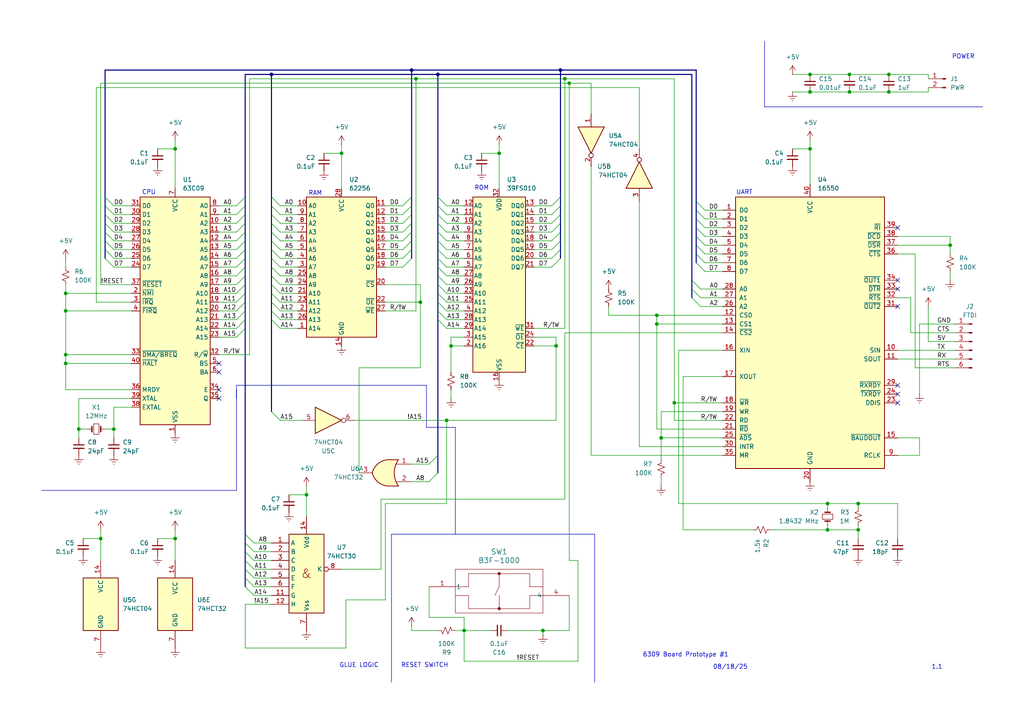
<source format=kicad_sch>
(kicad_sch (version 20250114) (generator "eeschema") (generator_version "9.0")
  (paper "A4")
  (text "GLUE LOGIC" (at 104.14 193.04 0) (effects (font (size 1.27 1.27))))
  (text "1.1" (at 271.78 193.548 0) (effects (font (size 1.27 1.27))))
  (text "ROM\n" (at 139.7 54.61 0) (effects (font (size 1.27 1.27))))
  (text "UART" (at 215.9 55.88 0) (effects (font (size 1.27 1.27))))
  (text "CPU\n" (at 43.18 55.88 0) (effects (font (size 1.27 1.27))))
  (text "RESET SWITCH" (at 123.19 193.04 0) (effects (font (size 1.27 1.27))))
  (text "POWER" (at 279.4 16.51 0) (effects (font (size 1.27 1.27))))
  (text "6309 Board Prototype #1" (at 198.882 189.992 0) (effects (font (size 1.27 1.27))))
  (text "08/18/25" (at 211.836 193.548 0) (effects (font (size 1.27 1.27))))
  (text "RAM\n\n" (at 91.44 57.15 0) (effects (font (size 1.27 1.27))))
  (junction (at 144.78 44.45))
  (junction (at 157.48 182.88))
  (junction (at 248.92 146.05))
  (junction (at 191.77 127))
  (junction (at 78.74 21.59))
  (junction (at 99.06 44.45))
  (junction (at 161.29 100.33))
  (junction (at 234.95 21.59))
  (junction (at 234.95 43.18))
  (junction (at 120.65 22.86))
  (junction (at 33.02 124.46))
  (junction (at 19.05 90.17))
  (junction (at 195.58 116.84))
  (junction (at 257.81 21.59))
  (junction (at 240.03 146.05))
  (junction (at 257.81 26.67))
  (junction (at 246.38 26.67))
  (junction (at 190.5 91.44))
  (junction (at 127 21.59))
  (junction (at 19.05 85.09))
  (junction (at 240.03 153.67))
  (junction (at 22.86 124.46))
  (junction (at 19.05 105.41))
  (junction (at 121.92 87.63))
  (junction (at 130.81 100.33))
  (junction (at 163.83 22.86))
  (junction (at 190.5 93.98))
  (junction (at 129.54 121.92))
  (junction (at 50.8 156.21))
  (junction (at 248.92 153.67))
  (junction (at 246.38 21.59))
  (junction (at 88.9 143.51))
  (junction (at 134.62 182.88))
  (junction (at 50.8 43.18))
  (junction (at 119.38 20.32))
  (junction (at 275.59 71.12))
  (junction (at 29.21 156.21))
  (junction (at 162.56 20.32))
  (junction (at 234.95 26.67))
  (junction (at 19.05 102.87))
  (junction (at 165.1 24.13))
  (no_connect (at 260.35 88.9))
  (no_connect (at 63.5 107.95))
  (no_connect (at 63.5 113.03))
  (no_connect (at 260.35 83.82))
  (no_connect (at 260.35 111.76))
  (no_connect (at 260.35 66.04))
  (no_connect (at 260.35 81.28))
  (no_connect (at 260.35 116.84))
  (no_connect (at 63.5 105.41))
  (no_connect (at 260.35 114.3))
  (no_connect (at 63.5 115.57))
  (bus_entry (at 71.12 87.63) (size -2.54 2.54))
  (bus_entry (at 200.66 81.28) (size 2.54 2.54))
  (bus_entry (at 201.93 60.96) (size 2.54 2.54))
  (bus_entry (at 162.56 69.85) (size -2.54 2.54))
  (bus_entry (at 201.93 68.58) (size 2.54 2.54))
  (bus_entry (at 71.12 74.93) (size -2.54 2.54))
  (bus_entry (at 78.74 57.15) (size 2.54 2.54))
  (bus_entry (at 71.12 77.47) (size -2.54 2.54))
  (bus_entry (at 127 57.15) (size 2.54 2.54))
  (bus_entry (at 71.12 72.39) (size -2.54 2.54))
  (bus_entry (at 201.93 73.66) (size 2.54 2.54))
  (bus_entry (at 71.12 162.56) (size 2.54 2.54))
  (bus_entry (at 30.48 59.69) (size 2.54 2.54))
  (bus_entry (at 78.74 62.23) (size 2.54 2.54))
  (bus_entry (at 71.12 82.55) (size -2.54 2.54))
  (bus_entry (at 127 74.93) (size 2.54 2.54))
  (bus_entry (at 201.93 66.04) (size 2.54 2.54))
  (bus_entry (at 119.38 69.85) (size -2.54 2.54))
  (bus_entry (at 30.48 74.93) (size 2.54 2.54))
  (bus_entry (at 162.56 59.69) (size -2.54 2.54))
  (bus_entry (at 71.12 67.31) (size -2.54 2.54))
  (bus_entry (at 30.48 69.85) (size 2.54 2.54))
  (bus_entry (at 71.12 92.71) (size -2.54 2.54))
  (bus_entry (at 119.38 62.23) (size -2.54 2.54))
  (bus_entry (at 78.74 77.47) (size 2.54 2.54))
  (bus_entry (at 127 80.01) (size 2.54 2.54))
  (bus_entry (at 127 59.69) (size 2.54 2.54))
  (bus_entry (at 78.74 80.01) (size 2.54 2.54))
  (bus_entry (at 71.12 170.18) (size 2.54 2.54))
  (bus_entry (at 201.93 71.12) (size 2.54 2.54))
  (bus_entry (at 201.93 76.2) (size 2.54 2.54))
  (bus_entry (at 78.74 59.69) (size 2.54 2.54))
  (bus_entry (at 200.66 86.36) (size 2.54 2.54))
  (bus_entry (at 71.12 154.94) (size 2.54 2.54))
  (bus_entry (at 78.74 72.39) (size 2.54 2.54))
  (bus_entry (at 30.48 67.31) (size 2.54 2.54))
  (bus_entry (at 162.56 62.23) (size -2.54 2.54))
  (bus_entry (at 127 92.71) (size 2.54 2.54))
  (bus_entry (at 127 87.63) (size 2.54 2.54))
  (bus_entry (at 71.12 59.69) (size -2.54 2.54))
  (bus_entry (at 78.74 90.17) (size 2.54 2.54))
  (bus_entry (at 201.93 63.5) (size 2.54 2.54))
  (bus_entry (at 119.38 72.39) (size -2.54 2.54))
  (bus_entry (at 162.56 57.15) (size -2.54 2.54))
  (bus_entry (at 162.56 74.93) (size -2.54 2.54))
  (bus_entry (at 71.12 167.64) (size 2.54 2.54))
  (bus_entry (at 71.12 160.02) (size 2.54 2.54))
  (bus_entry (at 78.74 64.77) (size 2.54 2.54))
  (bus_entry (at 162.56 64.77) (size -2.54 2.54))
  (bus_entry (at 127 67.31) (size 2.54 2.54))
  (bus_entry (at 119.38 57.15) (size -2.54 2.54))
  (bus_entry (at 71.12 157.48) (size 2.54 2.54))
  (bus_entry (at 201.93 58.42) (size 2.54 2.54))
  (bus_entry (at 78.74 87.63) (size 2.54 2.54))
  (bus_entry (at 71.12 90.17) (size -2.54 2.54))
  (bus_entry (at 127 82.55) (size 2.54 2.54))
  (bus_entry (at 127 64.77) (size 2.54 2.54))
  (bus_entry (at 127 62.23) (size 2.54 2.54))
  (bus_entry (at 119.38 74.93) (size -2.54 2.54))
  (bus_entry (at 78.74 67.31) (size 2.54 2.54))
  (bus_entry (at 71.12 69.85) (size -2.54 2.54))
  (bus_entry (at 71.12 80.01) (size -2.54 2.54))
  (bus_entry (at 71.12 165.1) (size 2.54 2.54))
  (bus_entry (at 71.12 64.77) (size -2.54 2.54))
  (bus_entry (at 127 69.85) (size 2.54 2.54))
  (bus_entry (at 127 90.17) (size 2.54 2.54))
  (bus_entry (at 71.12 62.23) (size -2.54 2.54))
  (bus_entry (at 127 137.16) (size -2.54 2.54))
  (bus_entry (at 127 77.47) (size 2.54 2.54))
  (bus_entry (at 30.48 62.23) (size 2.54 2.54))
  (bus_entry (at 78.74 119.38) (size 2.54 2.54))
  (bus_entry (at 71.12 57.15) (size -2.54 2.54))
  (bus_entry (at 30.48 64.77) (size 2.54 2.54))
  (bus_entry (at 162.56 67.31) (size -2.54 2.54))
  (bus_entry (at 200.66 83.82) (size 2.54 2.54))
  (bus_entry (at 30.48 72.39) (size 2.54 2.54))
  (bus_entry (at 119.38 64.77) (size -2.54 2.54))
  (bus_entry (at 119.38 67.31) (size -2.54 2.54))
  (bus_entry (at 127 132.08) (size -2.54 2.54))
  (bus_entry (at 78.74 85.09) (size 2.54 2.54))
  (bus_entry (at 127 72.39) (size 2.54 2.54))
  (bus_entry (at 127 85.09) (size 2.54 2.54))
  (bus_entry (at 78.74 69.85) (size 2.54 2.54))
  (bus_entry (at 30.48 57.15) (size 2.54 2.54))
  (bus_entry (at 78.74 82.55) (size 2.54 2.54))
  (bus_entry (at 162.56 72.39) (size -2.54 2.54))
  (bus_entry (at 78.74 74.93) (size 2.54 2.54))
  (bus_entry (at 119.38 59.69) (size -2.54 2.54))
  (bus_entry (at 71.12 85.09) (size -2.54 2.54))
  (bus_entry (at 71.12 95.25) (size -2.54 2.54))
  (bus_entry (at 78.74 92.71) (size 2.54 2.54))
  (bus (pts (xy 71.12 82.55) (xy 71.12 85.09)))
  (wire (pts (xy 33.02 77.47) (xy 38.1 77.47)))
  (bus (pts (xy 78.74 74.93) (xy 78.74 77.47)))
  (wire (pts (xy 104.14 137.16) (xy 104.14 106.68)))
  (wire (pts (xy 223.52 153.67) (xy 240.03 153.67)))
  (wire (pts (xy 190.5 91.44) (xy 209.55 91.44)))
  (bus (pts (xy 119.38 20.32) (xy 162.56 20.32)))
  (wire (pts (xy 191.77 127) (xy 191.77 133.35)))
  (wire (pts (xy 185.42 58.42) (xy 185.42 129.54)))
  (wire (pts (xy 129.54 67.31) (xy 134.62 67.31)))
  (wire (pts (xy 63.5 102.87) (xy 72.39 102.87)))
  (wire (pts (xy 81.28 85.09) (xy 86.36 85.09)))
  (wire (pts (xy 33.02 64.77) (xy 38.1 64.77)))
  (polyline (pts (xy 123.698 123.952) (xy 132.08 123.952)))
  (wire (pts (xy 68.58 74.93) (xy 63.5 74.93)))
  (wire (pts (xy 240.03 146.05) (xy 240.03 147.32)))
  (wire (pts (xy 130.81 97.79) (xy 134.62 97.79)))
  (bus (pts (xy 201.93 71.12) (xy 201.93 73.66)))
  (wire (pts (xy 161.29 121.92) (xy 161.29 100.33)))
  (wire (pts (xy 111.76 82.55) (xy 121.92 82.55)))
  (bus (pts (xy 200.66 81.28) (xy 200.66 83.82)))
  (bus (pts (xy 162.56 69.85) (xy 162.56 72.39)))
  (wire (pts (xy 88.9 143.51) (xy 88.9 149.86)))
  (wire (pts (xy 111.76 146.05) (xy 129.54 146.05)))
  (wire (pts (xy 121.92 106.68) (xy 121.92 87.63)))
  (bus (pts (xy 71.12 59.69) (xy 71.12 62.23)))
  (wire (pts (xy 234.95 43.18) (xy 234.95 40.64)))
  (wire (pts (xy 198.12 109.22) (xy 198.12 153.67)))
  (wire (pts (xy 100.33 173.99) (xy 111.76 173.99)))
  (wire (pts (xy 30.48 124.46) (xy 33.02 124.46)))
  (wire (pts (xy 204.47 78.74) (xy 209.55 78.74)))
  (wire (pts (xy 129.54 80.01) (xy 134.62 80.01)))
  (wire (pts (xy 260.35 86.36) (xy 264.16 86.36)))
  (wire (pts (xy 167.64 162.56) (xy 167.64 191.77)))
  (wire (pts (xy 73.66 157.48) (xy 78.74 157.48)))
  (wire (pts (xy 129.54 121.92) (xy 129.54 146.05)))
  (wire (pts (xy 191.77 119.38) (xy 209.55 119.38)))
  (wire (pts (xy 19.05 90.17) (xy 38.1 90.17)))
  (wire (pts (xy 240.03 153.67) (xy 248.92 153.67)))
  (wire (pts (xy 185.42 129.54) (xy 209.55 129.54)))
  (bus (pts (xy 162.56 20.32) (xy 201.93 20.32)))
  (wire (pts (xy 99.06 44.45) (xy 99.06 54.61)))
  (wire (pts (xy 121.92 82.55) (xy 121.92 87.63)))
  (polyline (pts (xy 121.158 111.76) (xy 123.698 111.76)))
  (wire (pts (xy 240.03 152.4) (xy 240.03 153.67)))
  (wire (pts (xy 116.84 69.85) (xy 111.76 69.85)))
  (wire (pts (xy 190.5 93.98) (xy 190.5 124.46)))
  (wire (pts (xy 163.83 95.25) (xy 154.94 95.25)))
  (wire (pts (xy 19.05 74.93) (xy 19.05 77.47)))
  (wire (pts (xy 81.28 95.25) (xy 86.36 95.25)))
  (wire (pts (xy 165.1 24.13) (xy 171.45 24.13)))
  (wire (pts (xy 129.54 64.77) (xy 134.62 64.77)))
  (wire (pts (xy 68.58 82.55) (xy 63.5 82.55)))
  (bus (pts (xy 78.74 82.55) (xy 78.74 85.09)))
  (wire (pts (xy 100.33 173.99) (xy 100.33 187.96)))
  (wire (pts (xy 24.13 156.21) (xy 29.21 156.21)))
  (wire (pts (xy 124.46 139.7) (xy 119.38 139.7)))
  (wire (pts (xy 269.24 99.06) (xy 276.86 99.06)))
  (polyline (pts (xy 132.08 154.94) (xy 113.538 154.94)))
  (wire (pts (xy 190.5 93.98) (xy 209.55 93.98)))
  (wire (pts (xy 33.02 124.46) (xy 33.02 127)))
  (wire (pts (xy 50.8 43.18) (xy 50.8 40.64)))
  (bus (pts (xy 71.12 90.17) (xy 71.12 92.71)))
  (bus (pts (xy 78.74 21.59) (xy 78.74 57.15)))
  (wire (pts (xy 160.02 72.39) (xy 154.94 72.39)))
  (wire (pts (xy 29.21 82.55) (xy 38.1 82.55)))
  (wire (pts (xy 33.02 124.46) (xy 33.02 118.11)))
  (wire (pts (xy 111.76 90.17) (xy 120.65 90.17)))
  (wire (pts (xy 129.54 77.47) (xy 134.62 77.47)))
  (wire (pts (xy 163.83 144.78) (xy 110.49 144.78)))
  (bus (pts (xy 71.12 95.25) (xy 71.12 154.94)))
  (bus (pts (xy 71.12 67.31) (xy 71.12 69.85)))
  (wire (pts (xy 116.84 64.77) (xy 111.76 64.77)))
  (wire (pts (xy 29.21 24.13) (xy 29.21 82.55)))
  (wire (pts (xy 68.58 97.79) (xy 63.5 97.79)))
  (wire (pts (xy 165.1 24.13) (xy 165.1 162.56)))
  (wire (pts (xy 248.92 146.05) (xy 248.92 147.32)))
  (wire (pts (xy 73.66 167.64) (xy 78.74 167.64)))
  (wire (pts (xy 229.87 43.18) (xy 234.95 43.18)))
  (wire (pts (xy 83.82 143.51) (xy 88.9 143.51)))
  (wire (pts (xy 204.47 73.66) (xy 209.55 73.66)))
  (wire (pts (xy 45.72 156.21) (xy 50.8 156.21)))
  (wire (pts (xy 196.85 101.6) (xy 196.85 146.05)))
  (wire (pts (xy 165.1 172.72) (xy 165.1 182.88)))
  (bus (pts (xy 127 72.39) (xy 127 74.93)))
  (wire (pts (xy 33.02 59.69) (xy 38.1 59.69)))
  (wire (pts (xy 99.06 44.45) (xy 99.06 41.91)))
  (bus (pts (xy 201.93 58.42) (xy 201.93 60.96)))
  (wire (pts (xy 260.35 104.14) (xy 276.86 104.14)))
  (wire (pts (xy 22.86 115.57) (xy 22.86 124.46)))
  (bus (pts (xy 162.56 62.23) (xy 162.56 64.77)))
  (wire (pts (xy 19.05 102.87) (xy 38.1 102.87)))
  (wire (pts (xy 269.24 88.9) (xy 269.24 99.06)))
  (wire (pts (xy 269.24 21.59) (xy 269.24 22.86)))
  (wire (pts (xy 196.85 146.05) (xy 240.03 146.05)))
  (wire (pts (xy 81.28 90.17) (xy 86.36 90.17)))
  (bus (pts (xy 162.56 67.31) (xy 162.56 69.85)))
  (bus (pts (xy 119.38 69.85) (xy 119.38 72.39)))
  (wire (pts (xy 134.62 179.07) (xy 134.62 182.88)))
  (wire (pts (xy 71.12 187.96) (xy 100.33 187.96)))
  (wire (pts (xy 276.86 93.98) (xy 266.7 93.98)))
  (wire (pts (xy 248.92 146.05) (xy 260.35 146.05)))
  (bus (pts (xy 78.74 57.15) (xy 78.74 59.69)))
  (wire (pts (xy 129.54 82.55) (xy 134.62 82.55)))
  (wire (pts (xy 81.28 62.23) (xy 86.36 62.23)))
  (wire (pts (xy 204.47 71.12) (xy 209.55 71.12)))
  (wire (pts (xy 71.12 175.26) (xy 71.12 187.96)))
  (wire (pts (xy 191.77 119.38) (xy 191.77 127)))
  (wire (pts (xy 88.9 143.51) (xy 88.9 140.97)))
  (wire (pts (xy 38.1 115.57) (xy 22.86 115.57)))
  (wire (pts (xy 204.47 68.58) (xy 209.55 68.58)))
  (bus (pts (xy 127 85.09) (xy 127 87.63)))
  (wire (pts (xy 257.81 26.67) (xy 269.24 26.67)))
  (polyline (pts (xy 132.08 123.952) (xy 132.08 154.94)))
  (wire (pts (xy 195.58 22.86) (xy 195.58 116.84)))
  (wire (pts (xy 234.95 26.67) (xy 229.87 26.67)))
  (wire (pts (xy 265.43 73.66) (xy 260.35 73.66)))
  (wire (pts (xy 209.55 116.84) (xy 195.58 116.84)))
  (bus (pts (xy 71.12 87.63) (xy 71.12 90.17)))
  (wire (pts (xy 38.1 113.03) (xy 19.05 113.03)))
  (wire (pts (xy 33.02 74.93) (xy 38.1 74.93)))
  (wire (pts (xy 110.49 144.78) (xy 110.49 165.1)))
  (wire (pts (xy 248.92 156.21) (xy 248.92 153.67)))
  (wire (pts (xy 124.46 179.07) (xy 134.62 179.07)))
  (wire (pts (xy 185.42 25.4) (xy 185.42 43.18)))
  (wire (pts (xy 72.39 22.86) (xy 72.39 102.87)))
  (wire (pts (xy 160.02 74.93) (xy 154.94 74.93)))
  (bus (pts (xy 127 64.77) (xy 127 67.31)))
  (wire (pts (xy 204.47 63.5) (xy 209.55 63.5)))
  (wire (pts (xy 275.59 81.28) (xy 275.59 78.74)))
  (wire (pts (xy 50.8 54.61) (xy 50.8 43.18)))
  (bus (pts (xy 71.12 72.39) (xy 71.12 74.93)))
  (bus (pts (xy 30.48 69.85) (xy 30.48 72.39)))
  (bus (pts (xy 71.12 160.02) (xy 71.12 162.56)))
  (wire (pts (xy 72.39 22.86) (xy 120.65 22.86)))
  (bus (pts (xy 201.93 73.66) (xy 201.93 76.2)))
  (wire (pts (xy 147.32 182.88) (xy 157.48 182.88)))
  (wire (pts (xy 191.77 127) (xy 209.55 127)))
  (bus (pts (xy 78.74 92.71) (xy 78.74 119.38)))
  (wire (pts (xy 68.58 92.71) (xy 63.5 92.71)))
  (wire (pts (xy 81.28 64.77) (xy 86.36 64.77)))
  (bus (pts (xy 127 132.08) (xy 127 137.16)))
  (wire (pts (xy 167.64 191.77) (xy 134.62 191.77)))
  (bus (pts (xy 162.56 57.15) (xy 162.56 59.69)))
  (wire (pts (xy 81.28 121.92) (xy 87.63 121.92)))
  (wire (pts (xy 19.05 82.55) (xy 19.05 85.09)))
  (bus (pts (xy 78.74 72.39) (xy 78.74 74.93)))
  (wire (pts (xy 260.35 101.6) (xy 276.86 101.6)))
  (bus (pts (xy 71.12 74.93) (xy 71.12 77.47)))
  (wire (pts (xy 275.59 68.58) (xy 275.59 71.12)))
  (wire (pts (xy 121.92 87.63) (xy 111.76 87.63)))
  (wire (pts (xy 68.58 85.09) (xy 63.5 85.09)))
  (wire (pts (xy 73.66 172.72) (xy 78.74 172.72)))
  (wire (pts (xy 204.47 76.2) (xy 209.55 76.2)))
  (wire (pts (xy 50.8 156.21) (xy 50.8 162.56)))
  (bus (pts (xy 78.74 62.23) (xy 78.74 64.77)))
  (wire (pts (xy 29.21 156.21) (xy 29.21 153.67)))
  (wire (pts (xy 203.2 86.36) (xy 209.55 86.36)))
  (wire (pts (xy 257.81 21.59) (xy 246.38 21.59)))
  (bus (pts (xy 78.74 80.01) (xy 78.74 82.55)))
  (wire (pts (xy 163.83 96.52) (xy 209.55 96.52)))
  (wire (pts (xy 195.58 116.84) (xy 195.58 121.92)))
  (polyline (pts (xy 68.58 142.24) (xy 68.58 113.03)))
  (wire (pts (xy 144.78 44.45) (xy 144.78 41.91)))
  (wire (pts (xy 81.28 69.85) (xy 86.36 69.85)))
  (wire (pts (xy 257.81 26.67) (xy 246.38 26.67)))
  (wire (pts (xy 129.54 62.23) (xy 134.62 62.23)))
  (wire (pts (xy 73.66 165.1) (xy 78.74 165.1)))
  (bus (pts (xy 78.74 85.09) (xy 78.74 87.63)))
  (wire (pts (xy 160.02 62.23) (xy 154.94 62.23)))
  (bus (pts (xy 127 21.59) (xy 200.66 21.59)))
  (bus (pts (xy 127 92.71) (xy 127 132.08)))
  (wire (pts (xy 195.58 121.92) (xy 209.55 121.92)))
  (wire (pts (xy 257.81 21.59) (xy 269.24 21.59)))
  (polyline (pts (xy 68.58 111.76) (xy 121.158 111.76)))
  (wire (pts (xy 203.2 88.9) (xy 209.55 88.9)))
  (bus (pts (xy 30.48 72.39) (xy 30.48 74.93)))
  (wire (pts (xy 68.58 77.47) (xy 63.5 77.47)))
  (bus (pts (xy 119.38 67.31) (xy 119.38 69.85)))
  (wire (pts (xy 204.47 66.04) (xy 209.55 66.04)))
  (wire (pts (xy 68.58 62.23) (xy 63.5 62.23)))
  (polyline (pts (xy 68.58 111.76) (xy 68.58 115.57)))
  (bus (pts (xy 78.74 69.85) (xy 78.74 72.39)))
  (wire (pts (xy 266.7 127) (xy 266.7 132.08)))
  (wire (pts (xy 129.54 59.69) (xy 134.62 59.69)))
  (wire (pts (xy 190.5 91.44) (xy 190.5 93.98)))
  (polyline (pts (xy 113.538 154.94) (xy 113.538 197.866)))
  (bus (pts (xy 30.48 20.32) (xy 30.48 57.15)))
  (bus (pts (xy 127 69.85) (xy 127 72.39)))
  (wire (pts (xy 81.28 82.55) (xy 86.36 82.55)))
  (wire (pts (xy 19.05 105.41) (xy 38.1 105.41)))
  (wire (pts (xy 81.28 80.01) (xy 86.36 80.01)))
  (bus (pts (xy 78.74 77.47) (xy 78.74 80.01)))
  (wire (pts (xy 22.86 124.46) (xy 25.4 124.46)))
  (bus (pts (xy 200.66 21.59) (xy 200.66 81.28)))
  (bus (pts (xy 201.93 63.5) (xy 201.93 66.04)))
  (wire (pts (xy 116.84 67.31) (xy 111.76 67.31)))
  (wire (pts (xy 160.02 64.77) (xy 154.94 64.77)))
  (wire (pts (xy 104.14 106.68) (xy 121.92 106.68)))
  (wire (pts (xy 129.54 92.71) (xy 134.62 92.71)))
  (wire (pts (xy 116.84 72.39) (xy 111.76 72.39)))
  (wire (pts (xy 265.43 106.68) (xy 276.86 106.68)))
  (polyline (pts (xy 12.065 142.24) (xy 68.58 142.24)))
  (wire (pts (xy 171.45 24.13) (xy 171.45 33.02)))
  (wire (pts (xy 144.78 44.45) (xy 144.78 54.61)))
  (wire (pts (xy 27.94 25.4) (xy 185.42 25.4)))
  (wire (pts (xy 102.87 121.92) (xy 129.54 121.92)))
  (wire (pts (xy 234.95 43.18) (xy 234.95 53.34)))
  (wire (pts (xy 129.54 72.39) (xy 134.62 72.39)))
  (wire (pts (xy 129.54 121.92) (xy 161.29 121.92)))
  (bus (pts (xy 78.74 87.63) (xy 78.74 90.17)))
  (bus (pts (xy 119.38 62.23) (xy 119.38 64.77)))
  (wire (pts (xy 264.16 86.36) (xy 264.16 96.52)))
  (wire (pts (xy 165.1 162.56) (xy 167.64 162.56)))
  (wire (pts (xy 29.21 24.13) (xy 165.1 24.13)))
  (bus (pts (xy 71.12 64.77) (xy 71.12 67.31)))
  (bus (pts (xy 201.93 60.96) (xy 201.93 63.5)))
  (wire (pts (xy 265.43 73.66) (xy 265.43 106.68)))
  (wire (pts (xy 196.85 101.6) (xy 209.55 101.6)))
  (bus (pts (xy 127 59.69) (xy 127 62.23)))
  (bus (pts (xy 119.38 64.77) (xy 119.38 67.31)))
  (wire (pts (xy 134.62 182.88) (xy 142.24 182.88)))
  (bus (pts (xy 78.74 64.77) (xy 78.74 67.31)))
  (bus (pts (xy 119.38 57.15) (xy 119.38 59.69)))
  (wire (pts (xy 266.7 93.98) (xy 266.7 114.3)))
  (bus (pts (xy 78.74 90.17) (xy 78.74 92.71)))
  (wire (pts (xy 163.83 96.52) (xy 163.83 144.78)))
  (bus (pts (xy 78.74 67.31) (xy 78.74 69.85)))
  (wire (pts (xy 129.54 69.85) (xy 134.62 69.85)))
  (bus (pts (xy 162.56 64.77) (xy 162.56 67.31)))
  (wire (pts (xy 246.38 21.59) (xy 234.95 21.59)))
  (wire (pts (xy 45.72 43.18) (xy 50.8 43.18)))
  (wire (pts (xy 160.02 67.31) (xy 154.94 67.31)))
  (bus (pts (xy 201.93 20.32) (xy 201.93 58.42)))
  (wire (pts (xy 19.05 85.09) (xy 38.1 85.09)))
  (bus (pts (xy 71.12 62.23) (xy 71.12 64.77)))
  (wire (pts (xy 129.54 87.63) (xy 134.62 87.63)))
  (bus (pts (xy 162.56 72.39) (xy 162.56 74.93)))
  (wire (pts (xy 190.5 124.46) (xy 209.55 124.46)))
  (wire (pts (xy 81.28 59.69) (xy 86.36 59.69)))
  (bus (pts (xy 78.74 59.69) (xy 78.74 62.23)))
  (wire (pts (xy 111.76 173.99) (xy 111.76 146.05)))
  (bus (pts (xy 200.66 83.82) (xy 200.66 86.36)))
  (wire (pts (xy 119.38 181.61) (xy 119.38 182.88)))
  (wire (pts (xy 154.94 97.79) (xy 161.29 97.79)))
  (wire (pts (xy 134.62 191.77) (xy 134.62 182.88)))
  (bus (pts (xy 71.12 80.01) (xy 71.12 82.55)))
  (wire (pts (xy 33.02 62.23) (xy 38.1 62.23)))
  (wire (pts (xy 81.28 87.63) (xy 86.36 87.63)))
  (bus (pts (xy 71.12 165.1) (xy 71.12 167.64)))
  (wire (pts (xy 81.28 67.31) (xy 86.36 67.31)))
  (bus (pts (xy 127 77.47) (xy 127 80.01)))
  (bus (pts (xy 162.56 59.69) (xy 162.56 62.23)))
  (wire (pts (xy 157.48 182.88) (xy 157.48 184.15)))
  (wire (pts (xy 246.38 26.67) (xy 234.95 26.67)))
  (bus (pts (xy 127 90.17) (xy 127 92.71)))
  (wire (pts (xy 203.2 83.82) (xy 209.55 83.82)))
  (wire (pts (xy 19.05 102.87) (xy 19.05 90.17)))
  (wire (pts (xy 198.12 109.22) (xy 209.55 109.22)))
  (bus (pts (xy 119.38 20.32) (xy 119.38 57.15)))
  (wire (pts (xy 22.86 124.46) (xy 22.86 127)))
  (wire (pts (xy 116.84 62.23) (xy 111.76 62.23)))
  (bus (pts (xy 30.48 62.23) (xy 30.48 64.77)))
  (wire (pts (xy 110.49 165.1) (xy 99.06 165.1)))
  (wire (pts (xy 116.84 77.47) (xy 111.76 77.47)))
  (wire (pts (xy 19.05 105.41) (xy 19.05 102.87)))
  (bus (pts (xy 127 80.01) (xy 127 82.55)))
  (bus (pts (xy 127 67.31) (xy 127 69.85)))
  (wire (pts (xy 81.28 74.93) (xy 86.36 74.93)))
  (polyline (pts (xy 284.988 30.988) (xy 221.742 30.988)))
  (wire (pts (xy 191.77 138.43) (xy 191.77 140.97)))
  (wire (pts (xy 260.35 146.05) (xy 260.35 156.21)))
  (wire (pts (xy 119.38 182.88) (xy 127 182.88)))
  (wire (pts (xy 81.28 92.71) (xy 86.36 92.71)))
  (bus (pts (xy 127 82.55) (xy 127 85.09)))
  (wire (pts (xy 68.58 72.39) (xy 63.5 72.39)))
  (wire (pts (xy 120.65 22.86) (xy 120.65 90.17)))
  (bus (pts (xy 119.38 72.39) (xy 119.38 74.93)))
  (wire (pts (xy 73.66 170.18) (xy 78.74 170.18)))
  (wire (pts (xy 171.45 132.08) (xy 209.55 132.08)))
  (wire (pts (xy 130.81 100.33) (xy 134.62 100.33)))
  (wire (pts (xy 50.8 153.67) (xy 50.8 156.21)))
  (wire (pts (xy 19.05 85.09) (xy 19.05 90.17)))
  (wire (pts (xy 68.58 87.63) (xy 63.5 87.63)))
  (wire (pts (xy 275.59 73.66) (xy 275.59 71.12)))
  (wire (pts (xy 163.83 22.86) (xy 195.58 22.86)))
  (wire (pts (xy 209.55 60.96) (xy 204.47 60.96)))
  (wire (pts (xy 19.05 113.03) (xy 19.05 105.41)))
  (wire (pts (xy 111.76 59.69) (xy 116.84 59.69)))
  (wire (pts (xy 120.65 22.86) (xy 163.83 22.86)))
  (wire (pts (xy 171.45 132.08) (xy 171.45 48.26)))
  (wire (pts (xy 81.28 72.39) (xy 86.36 72.39)))
  (wire (pts (xy 33.02 118.11) (xy 38.1 118.11)))
  (bus (pts (xy 71.12 57.15) (xy 71.12 21.59)))
  (wire (pts (xy 139.7 44.45) (xy 144.78 44.45)))
  (bus (pts (xy 71.12 57.15) (xy 71.12 59.69)))
  (wire (pts (xy 116.84 74.93) (xy 111.76 74.93)))
  (wire (pts (xy 129.54 95.25) (xy 134.62 95.25)))
  (wire (pts (xy 68.58 59.69) (xy 63.5 59.69)))
  (wire (pts (xy 129.54 85.09) (xy 134.62 85.09)))
  (bus (pts (xy 30.48 59.69) (xy 30.48 62.23)))
  (wire (pts (xy 33.02 67.31) (xy 38.1 67.31)))
  (bus (pts (xy 71.12 154.94) (xy 71.12 157.48)))
  (wire (pts (xy 73.66 162.56) (xy 78.74 162.56)))
  (wire (pts (xy 176.53 88.9) (xy 176.53 91.44)))
  (bus (pts (xy 78.74 21.59) (xy 127 21.59)))
  (bus (pts (xy 71.12 157.48) (xy 71.12 160.02)))
  (wire (pts (xy 33.02 69.85) (xy 38.1 69.85)))
  (bus (pts (xy 30.48 20.32) (xy 119.38 20.32)))
  (wire (pts (xy 93.98 44.45) (xy 99.06 44.45)))
  (wire (pts (xy 160.02 69.85) (xy 154.94 69.85)))
  (polyline (pts (xy 123.698 111.76) (xy 123.698 123.952)))
  (bus (pts (xy 201.93 68.58) (xy 201.93 71.12)))
  (wire (pts (xy 68.58 69.85) (xy 63.5 69.85)))
  (bus (pts (xy 71.12 21.59) (xy 78.74 21.59)))
  (bus (pts (xy 71.12 92.71) (xy 71.12 95.25)))
  (wire (pts (xy 38.1 87.63) (xy 27.94 87.63)))
  (bus (pts (xy 162.56 20.32) (xy 162.56 57.15)))
  (bus (pts (xy 127 57.15) (xy 127 59.69)))
  (wire (pts (xy 260.35 132.08) (xy 266.7 132.08)))
  (bus (pts (xy 71.12 69.85) (xy 71.12 72.39)))
  (bus (pts (xy 71.12 162.56) (xy 71.12 165.1)))
  (wire (pts (xy 161.29 97.79) (xy 161.29 100.33)))
  (wire (pts (xy 161.29 100.33) (xy 154.94 100.33)))
  (wire (pts (xy 160.02 59.69) (xy 154.94 59.69)))
  (wire (pts (xy 130.81 113.03) (xy 130.81 115.57)))
  (wire (pts (xy 68.58 90.17) (xy 63.5 90.17)))
  (bus (pts (xy 119.38 59.69) (xy 119.38 62.23)))
  (wire (pts (xy 198.12 153.67) (xy 218.44 153.67)))
  (bus (pts (xy 30.48 64.77) (xy 30.48 67.31)))
  (wire (pts (xy 71.12 175.26) (xy 78.74 175.26)))
  (wire (pts (xy 33.02 72.39) (xy 38.1 72.39)))
  (bus (pts (xy 30.48 57.15) (xy 30.48 59.69)))
  (wire (pts (xy 73.66 160.02) (xy 78.74 160.02)))
  (wire (pts (xy 129.54 90.17) (xy 134.62 90.17)))
  (wire (pts (xy 130.81 107.95) (xy 130.81 100.33)))
  (wire (pts (xy 248.92 152.4) (xy 248.92 153.67)))
  (bus (pts (xy 71.12 85.09) (xy 71.12 87.63)))
  (wire (pts (xy 68.58 80.01) (xy 63.5 80.01)))
  (bus (pts (xy 201.93 66.04) (xy 201.93 68.58)))
  (wire (pts (xy 234.95 21.59) (xy 229.87 21.59)))
  (polyline (pts (xy 172.466 154.94) (xy 172.466 197.866)))
  (wire (pts (xy 240.03 146.05) (xy 248.92 146.05)))
  (wire (pts (xy 160.02 77.47) (xy 154.94 77.47)))
  (wire (pts (xy 163.83 22.86) (xy 163.83 95.25)))
  (wire (pts (xy 81.28 77.47) (xy 86.36 77.47)))
  (wire (pts (xy 68.58 95.25) (xy 63.5 95.25)))
  (wire (pts (xy 260.35 68.58) (xy 275.59 68.58)))
  (bus (pts (xy 127 87.63) (xy 127 90.17)))
  (bus (pts (xy 127 21.59) (xy 127 57.15)))
  (wire (pts (xy 68.58 67.31) (xy 63.5 67.31)))
  (wire (pts (xy 269.24 26.67) (xy 269.24 25.4)))
  (wire (pts (xy 165.1 182.88) (xy 157.48 182.88)))
  (wire (pts (xy 124.46 170.18) (xy 124.46 179.07)))
  (wire (pts (xy 260.35 127) (xy 266.7 127)))
  (wire (pts (xy 176.53 91.44) (xy 190.5 91.44)))
  (wire (pts (xy 260.35 71.12) (xy 275.59 71.12)))
  (bus (pts (xy 71.12 167.64) (xy 71.12 170.18)))
  (wire (pts (xy 124.46 134.62) (xy 119.38 134.62)))
  (wire (pts (xy 68.58 64.77) (xy 63.5 64.77)))
  (wire (pts (xy 27.94 87.63) (xy 27.94 25.4)))
  (bus (pts (xy 71.12 77.47) (xy 71.12 80.01)))
  (wire (pts (xy 29.21 156.21) (xy 29.21 162.56)))
  (polyline (pts (xy 132.08 154.94) (xy 172.466 154.94)))
  (bus (pts (xy 127 74.93) (xy 127 77.47)))
  (bus (pts (xy 127 62.23) (xy 127 64.77)))
  (bus (pts (xy 30.48 67.31) (xy 30.48 69.85)))
  (wire (pts (xy 264.16 96.52) (xy 276.86 96.52)))
  (wire (pts (xy 132.08 182.88) (xy 134.62 182.88)))
  (polyline (pts (xy 221.742 11.938) (xy 221.742 30.988)))
  (wire (pts (xy 129.54 74.93) (xy 134.62 74.93)))
  (wire (pts (xy 130.81 100.33) (xy 130.81 97.79)))
  (label "A12" (at 133.35 90.17 180))
  (label "D6" (at 33.02 74.93 0))
  (label "D4" (at 33.02 69.85 0))
  (label "A11" (at 64.77 87.63 0))
  (label "GND" (at 271.78 93.98 0))
  (label "D3" (at 208.28 68.58 180))
  (label "D0" (at 33.02 59.69 0))
  (label "D1" (at 113.03 62.23 0))
  (label "A7" (at 133.35 77.47 180))
  (label "R{slash}!W" (at 203.2 116.84 0))
  (label "D1" (at 33.02 62.23 0))
  (label "D6" (at 156.21 74.93 0))
  (label "D1" (at 156.21 62.23 0))
  (label "A6" (at 133.35 74.93 180))
  (label "A11" (at 133.35 87.63 180))
  (label "A6" (at 85.09 74.93 180))
  (label "A15" (at 81.28 121.92 0))
  (label "A5" (at 133.35 72.39 180))
  (label "A13" (at 64.77 92.71 0))
  (label "A3" (at 85.09 67.31 180))
  (label "A12" (at 77.47 167.64 180))
  (label "A4" (at 133.35 69.85 180))
  (label "D2" (at 113.03 64.77 0))
  (label "!A15" (at 118.11 121.92 0))
  (label "D0" (at 208.28 60.96 180))
  (label "A3" (at 133.35 67.31 180))
  (label "A12" (at 64.77 90.17 0))
  (label "A1" (at 133.35 62.23 180))
  (label "A15" (at 120.65 134.62 0))
  (label "A10" (at 64.77 85.09 0))
  (label "A1" (at 85.09 62.23 180))
  (label "D2" (at 156.21 64.77 0))
  (label "A4" (at 85.09 69.85 180))
  (label "A13" (at 85.09 92.71 180))
  (label "D2" (at 208.28 66.04 180))
  (label "A3" (at 64.77 67.31 0))
  (label "R{slash}!W" (at 203.2 121.92 0))
  (label "D7" (at 113.03 77.47 0))
  (label "A8" (at 77.47 157.48 180))
  (label "A13" (at 77.47 170.18 180))
  (label "D0" (at 113.03 59.69 0))
  (label "A10" (at 133.35 85.09 180))
  (label "A4" (at 64.77 69.85 0))
  (label "R{slash}!W" (at 113.03 90.17 0))
  (label "A2" (at 208.28 88.9 180))
  (label "D6" (at 208.28 76.2 180))
  (label "A13" (at 133.35 92.71 180))
  (label "A0" (at 208.28 83.82 180))
  (label "A8" (at 133.35 80.01 180))
  (label "CTS" (at 271.78 96.52 0))
  (label "A10" (at 77.47 162.56 180))
  (label "TX" (at 271.78 101.6 0))
  (label "A12" (at 85.09 90.17 180))
  (label "A7" (at 64.77 77.47 0))
  (label "A6" (at 64.77 74.93 0))
  (label "D2" (at 33.02 64.77 0))
  (label "A9" (at 77.47 160.02 180))
  (label "A8" (at 64.77 80.01 0))
  (label "A11" (at 77.47 165.1 180))
  (label "RTS" (at 271.78 106.68 0))
  (label "A9" (at 85.09 82.55 180))
  (label "A11" (at 85.09 87.63 180))
  (label "D7" (at 33.02 77.47 0))
  (label "A15" (at 64.77 97.79 0))
  (label "A14" (at 85.09 95.25 180))
  (label "RX" (at 271.78 104.14 0))
  (label "A8" (at 85.09 80.01 180))
  (label "A10" (at 85.09 85.09 180))
  (label "A9" (at 64.77 82.55 0))
  (label "A7" (at 85.09 77.47 180))
  (label "A8" (at 120.65 139.7 0))
  (label "A14" (at 133.35 95.25 180))
  (label "A2" (at 85.09 64.77 180))
  (label "D5" (at 113.03 72.39 0))
  (label "5V" (at 271.78 99.06 0))
  (label "A0" (at 133.35 59.69 180))
  (label "D5" (at 33.02 72.39 0))
  (label "D4" (at 113.03 69.85 0))
  (label "D1" (at 208.28 63.5 180))
  (label "D6" (at 113.03 74.93 0))
  (label "A5" (at 85.09 72.39 180))
  (label "A0" (at 64.77 59.69 0))
  (label "D0" (at 156.21 59.69 0))
  (label "R{slash}!W" (at 64.77 102.87 0))
  (label "!RESET" (at 29.21 82.55 0))
  (label "D4" (at 156.21 69.85 0))
  (label "A1" (at 64.77 62.23 0))
  (label "D5" (at 156.21 72.39 0))
  (label "A0" (at 85.09 59.69 180))
  (label "!RESET" (at 149.86 191.77 0))
  (label "A14" (at 77.47 172.72 180))
  (label "D7" (at 208.28 78.74 180))
  (label "D5" (at 208.28 73.66 180))
  (label "D7" (at 156.21 77.47 0))
  (label "D3" (at 156.21 67.31 0))
  (label "A5" (at 64.77 72.39 0))
  (label "!A15" (at 73.66 175.26 0))
  (label "D3" (at 113.03 67.31 0))
  (label "D3" (at 33.02 67.31 0))
  (label "A1" (at 208.28 86.36 180))
  (label "A14" (at 64.77 95.25 0))
  (label "D4" (at 208.28 71.12 180))
  (label "A2" (at 64.77 64.77 0))
  (label "A9" (at 133.35 82.55 180))
  (label "A2" (at 133.35 64.77 180))
  (label "R{slash}!W" (at 157.48 95.25 0))
  (symbol (lib_id "power:+5V") (at 19.05 74.93 0) (unit 1)
    (property "Reference" "#PWR021" (effects (hide yes)))
    (property "Value" "+5V" (at 19.05 69.85 0))
    (property "Description" "Power symbol creates a global label with name \"+5V\"" (effects (hide yes)))
  )
  (symbol (lib_id "Device:Crystal_Small") (at 240.03 149.86 90) (mirror x) (unit 1)
    (property "Reference" "X2" (at 237.49 148.5899 90) (effects (justify left)))
    (property "Value" "1.8432 MHz" (at 237.49 151.1299 90) (effects (justify left)))
    (property "Footprint" "Crystal:Crystal_HC49-U_Vertical" (effects (hide yes)))
    (property "Description" "Two pin crystal, small symbol" (effects (hide yes)))
  )
  (symbol (lib_id "Device:C_Small") (at 248.92 158.75 0) (mirror y) (unit 1)
    (property "Reference" "C11" (at 246.38 157.4862 0) (effects (justify left)))
    (property "Value" "47pF" (at 246.38 160.0262 0) (effects (justify left)))
    (property "Footprint" "Capacitor_THT:C_Disc_D5.0mm_W2.5mm_P5.00mm" (effects (hide yes)))
    (property "Datasheet" "https://content.kemet.com/datasheets/KEM_C1049_GOLDMAX_C0G.pdf" (effects (hide yes)))
    (property "Description" "CAP CER 47PF 50V NP0 RADIAL" (effects (hide yes)))
  )
  (symbol (lib_id "power:GNDREF") (at 248.92 161.29 0) (mirror y) (unit 1)
    (property "Reference" "#PWR019" (effects (hide yes)))
    (property "Value" "GND" (effects (hide yes)))
    (property "Description" "Power symbol creates a global label with name \"GNDREF\" , reference supply ground" (effects (hide yes)))
  )
  (symbol (lib_id "power:GNDREF") (at 144.78 110.49 0) (unit 1)
    (property "Reference" "#PWR09" (effects (hide yes)))
    (property "Value" "GND" (effects (hide yes)))
    (property "Description" "Power symbol creates a global label with name \"GNDREF\" , reference supply ground" (effects (hide yes)))
  )
  (symbol (lib_id "power:+5V") (at 144.78 41.91 0) (unit 1)
    (property "Reference" "#PWR06" (effects (hide yes)))
    (property "Value" "+5V" (at 144.78 36.83 0))
    (property "Description" "Power symbol creates a global label with name \"+5V\"" (effects (hide yes)))
  )
  (symbol (lib_id "74xx:74LS32") (at 111.76 137.16 0) (mirror y) (unit 1)
    (property "Reference" "U6" (at 105.41 135.8899 0) (effects (justify left)))
    (property "Value" "74HCT32" (at 105.41 138.4299 0) (effects (justify left)))
    (property "Footprint" "Package_DIP:DIP-14_W7.62mm_Socket" (effects (hide yes)))
    (property "Datasheet" "https://www.ti.com/lit/ds/symlink/sn74hct32.pdf" (effects (hide yes)))
    (property "Description" "Quad 2-input OR" (effects (hide yes)))
  )
  (symbol (lib_id "power:GNDREF") (at 29.21 187.96 0) (unit 1)
    (property "Reference" "#PWR018" (effects (hide yes)))
    (property "Value" "GND" (effects (hide yes)))
    (property "Description" "Power symbol creates a global label with name \"GNDREF\" , reference supply ground" (effects (hide yes)))
  )
  (symbol (lib_id "Custom:C320C104J5R5TA7301") (at 139.7 46.99 0) (mirror y) (unit 1)
    (property "Reference" "C3" (at 137.16 45.7262 0) (effects (justify left)))
    (property "Value" "0.1uF" (at 137.16 48.2662 0) (effects (justify left)))
    (property "Footprint" "Custom:CAP_C320C_MR_X7R_KEM" (effects (hide yes)))
    (property "Datasheet" "https://content.kemet.com/datasheets/KEM_C1050_GOLDMAX_X7R.pdf" (effects (hide yes)))
    (property "Description" "CAP CER 0.1UF 50V X7R RADIAL" (effects (hide yes)))
  )
  (symbol (lib_id "Device:R_Small_US") (at 130.81 110.49 180) (unit 1)
    (property "Reference" "R8" (at 133.35 109.2199 0) (effects (justify right)))
    (property "Value" "100K" (at 133.35 111.7599 0) (effects (justify right)))
    (property "Footprint" "Resistor_THT:R_Axial_DIN0207_L6.3mm_D2.5mm_P5.08mm_Vertical" (effects (hide yes)))
    (property "Description" "Resistor, small US symbol" (effects (hide yes)))
  )
  (symbol (lib_id "power:GNDREF") (at 99.06 100.33 0) (unit 1)
    (property "Reference" "#PWR08" (effects (hide yes)))
    (property "Value" "GND" (effects (hide yes)))
    (property "Description" "Power symbol creates a global label with name \"GNDREF\" , reference supply ground" (effects (hide yes)))
  )
  (symbol (lib_id "power:GNDREF") (at 83.82 148.59 0) (unit 1)
    (property "Reference" "#PWR031" (effects (hide yes)))
    (property "Value" "GND" (effects (hide yes)))
    (property "Description" "Power symbol creates a global label with name \"GNDREF\" , reference supply ground" (effects (hide yes)))
  )
  (symbol (lib_id "power:GNDREF") (at 45.72 48.26 0) (unit 1)
    (property "Reference" "#PWR01" (effects (hide yes)))
    (property "Value" "GND" (effects (hide yes)))
    (property "Description" "Power symbol creates a global label with name \"GNDREF\" , reference supply ground" (effects (hide yes)))
  )
  (symbol (lib_id "Custom:C320C104J5R5TA7301") (at 229.87 45.72 0) (mirror y) (unit 1)
    (property "Reference" "C4" (at 227.33 44.4562 0) (effects (justify left)))
    (property "Value" "0.1uF" (at 227.33 46.9962 0) (effects (justify left)))
    (property "Footprint" "Custom:CAP_C320C_MR_X7R_KEM" (effects (hide yes)))
    (property "Datasheet" "https://content.kemet.com/datasheets/KEM_C1050_GOLDMAX_X7R.pdf" (effects (hide yes)))
    (property "Description" "CAP CER 0.1UF 50V X7R RADIAL" (effects (hide yes)))
  )
  (symbol (lib_id "power:GNDREF") (at 234.95 139.7 0) (unit 1)
    (property "Reference" "#PWR014" (effects (hide yes)))
    (property "Value" "GND" (effects (hide yes)))
    (property "Description" "Power symbol creates a global label with name \"GNDREF\" , reference supply ground" (effects (hide yes)))
  )
  (symbol (lib_id "power:+5V") (at 88.9 140.97 0) (unit 1)
    (property "Reference" "#PWR030" (effects (hide yes)))
    (property "Value" "+5V" (at 88.9 135.89 0))
    (property "Description" "Power symbol creates a global label with name \"+5V\"" (effects (hide yes)))
  )
  (symbol (lib_id "power:GNDREF") (at 33.02 132.08 0) (unit 1)
    (property "Reference" "#PWR011" (effects (hide yes)))
    (property "Value" "GND" (effects (hide yes)))
    (property "Description" "Power symbol creates a global label with name \"GNDREF\" , reference supply ground" (effects (hide yes)))
  )
  (symbol (lib_id "power:GNDREF") (at 45.72 161.29 0) (unit 1)
    (property "Reference" "#PWR033" (effects (hide yes)))
    (property "Value" "GND" (effects (hide yes)))
    (property "Description" "Power symbol creates a global label with name \"GNDREF\" , reference supply ground" (effects (hide yes)))
  )
  (symbol (lib_id "74xx:74HCT04") (at 171.45 40.64 270) (unit 1)
    (property "Reference" "U5" (at 176.53 39.37 90) (effects (justify left)))
    (property "Value" "74HCT04" (at 176.53 41.9099 90) (effects (justify left)))
    (property "Footprint" "Package_DIP:DIP-14_W7.62mm_Socket" (effects (hide yes)))
    (property "Datasheet" "https://assets.nexperia.com/documents/data-sheet/74HC_HCT04.pdf" (effects (hide yes)))
    (property "Description" "Hex Inverter" (effects (hide yes)))
  )
  (symbol (lib_id "power:+5V") (at 99.06 41.91 0) (unit 1)
    (property "Reference" "#PWR04" (effects (hide yes)))
    (property "Value" "+5V" (at 99.06 36.83 0))
    (property "Description" "Power symbol creates a global label with name \"+5V\"" (effects (hide yes)))
  )
  (symbol (lib_id "power:+5V") (at 50.8 40.64 0) (unit 1)
    (property "Reference" "#PWR02" (effects (hide yes)))
    (property "Value" "+5V" (at 50.8 35.56 0))
    (property "Description" "Power symbol creates a global label with name \"+5V\"" (effects (hide yes)))
  )
  (symbol (lib_id "Custom:C320C104J5R5TA7301") (at 83.82 146.05 0) (mirror y) (unit 1)
    (property "Reference" "C7" (at 81.28 144.7862 0) (effects (justify left)))
    (property "Value" "0.1uF" (at 81.28 147.3262 0) (effects (justify left)))
    (property "Footprint" "Custom:CAP_C320C_MR_X7R_KEM" (effects (hide yes)))
    (property "Datasheet" "https://content.kemet.com/datasheets/KEM_C1050_GOLDMAX_X7R.pdf" (effects (hide yes)))
    (property "Description" "CAP CER 0.1UF 50V X7R RADIAL" (effects (hide yes)))
  )
  (symbol (lib_id "power:+5V") (at 50.8 153.67 0) (unit 1)
    (property "Reference" "#PWR034" (effects (hide yes)))
    (property "Value" "+5V" (at 50.8 148.59 0))
    (property "Description" "Power symbol creates a global label with name \"+5V\"" (effects (hide yes)))
  )
  (symbol (lib_id "power:GNDREF") (at 266.7 114.3 0) (unit 1)
    (property "Reference" "#PWR028" (effects (hide yes)))
    (property "Value" "GND" (effects (hide yes)))
    (property "Description" "Power symbol creates a global label with name \"GNDREF\" , reference supply ground" (effects (hide yes)))
  )
  (symbol (lib_id "power:GNDREF") (at 50.8 187.96 0) (unit 1)
    (property "Reference" "#PWR035" (effects (hide yes)))
    (property "Value" "GND" (effects (hide yes)))
    (property "Description" "Power symbol creates a global label with name \"GNDREF\" , reference supply ground" (effects (hide yes)))
  )
  (symbol (lib_id "Connector:Conn_01x02_Pin") (at 274.32 22.86 0) (mirror y) (unit 1)
    (property "Reference" "J1" (at 275.59 22.8599 0) (effects (justify right)))
    (property "Value" "PWR" (at 275.59 25.3999 0) (effects (justify right)))
    (property "Footprint" "Connector_PinHeader_2.54mm:PinHeader_1x02_P2.54mm_Vertical" (effects (hide yes)))
    (property "Description" "Generic connector, single row, 01x02, script generated" (effects (hide yes)))
  )
  (symbol (lib_id "power:GNDREF") (at 157.48 184.15 0) (unit 1)
    (property "Reference" "#PWR038" (effects (hide yes)))
    (property "Value" "GND" (effects (hide yes)))
    (property "Description" "Power symbol creates a global label with name \"GNDREF\" , reference supply ground" (effects (hide yes)))
  )
  (symbol (lib_id "power:GNDREF") (at 229.87 48.26 0) (unit 1)
    (property "Reference" "#PWR012" (effects (hide yes)))
    (property "Value" "GND" (effects (hide yes)))
    (property "Description" "Power symbol creates a global label with name \"GNDREF\" , reference supply ground" (effects (hide yes)))
  )
  (symbol (lib_id "Custom:74HCT30") (at 88.9 165.1 0) (unit 1)
    (property "Reference" "U7" (at 99.06 158.7814 0))
    (property "Value" "74HCT30" (at 99.06 161.3214 0))
    (property "Footprint" "Package_DIP:DIP-14_W7.62mm_Socket" (effects (hide yes)))
    (property "Datasheet" "https://www.futurlec.com/74HCT/74HCT30.shtml" (effects (hide yes)))
    (property "Description" "74HC/HCT30\n8-input NAND gate" (effects (hide yes)))
  )
  (symbol (lib_id "Custom:C320C104J5R5TA7301") (at 246.38 24.13 0) (unit 1)
    (property "Reference" "C14" (at 248.92 22.8662 0) (effects (justify left)))
    (property "Value" "0.1uF" (at 248.92 25.4062 0) (effects (justify left)))
    (property "Footprint" "Custom:CAP_C320C_MR_X7R_KEM" (effects (hide yes)))
    (property "Datasheet" "https://content.kemet.com/datasheets/KEM_C1050_GOLDMAX_X7R.pdf" (effects (hide yes)))
    (property "Description" "CAP CER 0.1UF 50V X7R RADIAL" (effects (hide yes)))
  )
  (symbol (lib_id "Custom:C320C104J5R5TA7301") (at 45.72 45.72 0) (mirror y) (unit 1)
    (property "Reference" "C1" (at 43.18 44.4562 0) (effects (justify left)))
    (property "Value" "0.1uF" (at 43.18 46.9962 0) (effects (justify left)))
    (property "Footprint" "Custom:CAP_C320C_MR_X7R_KEM" (effects (hide yes)))
    (property "Datasheet" "https://content.kemet.com/datasheets/KEM_C1050_GOLDMAX_X7R.pdf" (effects (hide yes)))
    (property "Description" "CAP CER 0.1UF 50V X7R RADIAL" (effects (hide yes)))
  )
  (symbol (lib_id "Custom:C317C240J5G5TA") (at 22.86 129.54 0) (unit 1)
    (property "Reference" "C8" (at 25.4 128.2762 0) (effects (justify left)))
    (property "Value" "24pF" (at 25.4 130.8162 0) (effects (justify left)))
    (property "Footprint" "Custom:CAP_C317_KEM" (effects (hide yes)))
    (property "Datasheet" "https://content.kemet.com/datasheets/KEM_C1049_GOLDMAX_C0G.pdf" (effects (hide yes)))
    (property "Description" "24 pF ±5% 50V Ceramic Capacitor C0G, NP0 Radial" (effects (hide yes)))
  )
  (symbol (lib_id "74xx:74HCT04") (at 185.42 50.8 90) (unit 2)
    (property "Reference" "U5" (at 175.26 48.26 90))
    (property "Value" "74HCT04" (at 177.8 50.8 90))
    (property "Footprint" "Package_DIP:DIP-14_W7.62mm_Socket" (effects (hide yes)))
    (property "Datasheet" "https://assets.nexperia.com/documents/data-sheet/74HC_HCT04.pdf" (effects (hide yes)))
    (property "Description" "Hex Inverter" (effects (hide yes)))
  )
  (symbol (lib_id "power:+5V") (at 29.21 153.67 0) (unit 1)
    (property "Reference" "#PWR017" (effects (hide yes)))
    (property "Value" "+5V" (at 29.21 148.59 0))
    (property "Description" "Power symbol creates a global label with name \"+5V\"" (effects (hide yes)))
  )
  (symbol (lib_id "Device:R_Small_US") (at 191.77 135.89 0) (mirror x) (unit 1)
    (property "Reference" "R7" (at 189.23 134.6199 0) (effects (justify right)))
    (property "Value" "100K" (at 189.23 137.1599 0) (effects (justify right)))
    (property "Footprint" "Resistor_THT:R_Axial_DIN0207_L6.3mm_D2.5mm_P5.08mm_Vertical" (effects (hide yes)))
    (property "Description" "Resistor, small US symbol" (effects (hide yes)))
  )
  (symbol (lib_id "Custom:C317C180J5G5TA") (at 260.35 158.75 0) (mirror y) (unit 1)
    (property "Reference" "C12" (at 257.81 157.4862 0) (effects (justify left)))
    (property "Value" "18pF" (at 257.81 160.0262 0) (effects (justify left)))
    (property "Footprint" "Custom:CAP_C317_KEM" (effects (hide yes)))
    (property "Datasheet" "https://content.kemet.com/datasheets/KEM_C1049_GOLDMAX_C0G.pdf" (effects (hide yes)))
    (property "Description" "CAP CER 18PF 50V C0G/NP0 RADIAL" (effects (hide yes)))
  )
  (symbol (lib_id "Custom:C315C103J5R5TA") (at 234.95 24.13 0) (unit 1)
    (property "Reference" "C15" (at 237.49 22.8662 0) (effects (justify left)))
    (property "Value" "0.01uF" (at 237.49 25.4062 0) (effects (justify left)))
    (property "Footprint" "Custom:CAP_C315C_MR_X7R_KEM" (effects (hide yes)))
    (property "Datasheet" "https://mm.digikey.com/Volume0/opasdata/d220001/medias/docus/937/Goldmax_Rev2010.pdf" (effects (hide yes)))
    (property "Description" "CAP CER 10000PF 50V X7R RADIAL" (effects (hide yes)))
  )
  (symbol (lib_id "power:GNDREF") (at 93.98 49.53 0) (unit 1)
    (property "Reference" "#PWR03" (effects (hide yes)))
    (property "Value" "GND" (effects (hide yes)))
    (property "Description" "Power symbol creates a global label with name \"GNDREF\" , reference supply ground" (effects (hide yes)))
  )
  (symbol (lib_id "Device:R_Small_US") (at 129.54 182.88 270) (mirror x) (unit 1)
    (property "Reference" "R9" (at 129.54 189.23 90))
    (property "Value" "100K" (at 129.54 186.69 90))
    (property "Footprint" "Resistor_THT:R_Axial_DIN0207_L6.3mm_D2.5mm_P5.08mm_Vertical" (effects (hide yes)))
    (property "Description" "Resistor, small US symbol" (effects (hide yes)))
  )
  (symbol (lib_id "SW_B3F-1000_OMR:B3F-1000") (at 124.46 170.18 0) (unit 1)
    (property "Reference" "SW1" (at 144.78 160.02 0) (effects (font (size 1.524 1.524))))
    (property "Value" "B3F-1000" (at 144.78 162.56 0) (effects (font (size 1.524 1.524))))
    (property "Footprint" "SW_B3F-1000_OMR" (effects (hide yes)))
    (property "Datasheet" "B3F-1000" (effects (hide yes)))
  )
  (symbol (lib_id "power:GNDREF") (at 88.9 182.88 0) (unit 1)
    (property "Reference" "#PWR032" (effects (hide yes)))
    (property "Value" "GND" (effects (hide yes)))
    (property "Description" "Power symbol creates a global label with name \"GNDREF\" , reference supply ground" (effects (hide yes)))
  )
  (symbol (lib_id "power:GNDREF") (at 275.59 81.28 0) (unit 1)
    (property "Reference" "#PWR024" (effects (hide yes)))
    (property "Value" "GND" (effects (hide yes)))
    (property "Description" "Power symbol creates a global label with name \"GNDREF\" , reference supply ground" (effects (hide yes)))
  )
  (symbol (lib_id "Device:Crystal_Small") (at 27.94 124.46 0) (unit 1)
    (property "Reference" "X1" (at 27.94 118.11 0))
    (property "Value" "12MHz" (at 27.94 120.65 0))
    (property "Footprint" "Crystal:Crystal_HC49-U_Vertical" (effects (hide yes)))
    (property "Description" "Two pin crystal, small symbol" (effects (hide yes)))
  )
  (symbol (lib_id "Custom:AS6C62256-55PCN") (at 99.06 77.47 0) (unit 1)
    (property "Reference" "U2" (at 101.2541 52.07 0) (effects (justify left)))
    (property "Value" "62256" (at 101.2541 54.61 0) (effects (justify left)))
    (property "Footprint" "Package_DIP:DIP-28_W15.24mm_Socket" (effects (hide yes)))
    (property "Datasheet" "https://www.alliancememory.com/wp-content/uploads/pdf/AS6C62256.pdf" (effects (hide yes)))
    (property "Description" "SRAM - Asynchronous Memory IC 256Kbit Parallel 55 ns 28-PDIP" (effects (hide yes)))
  )
  (symbol (lib_id "Custom:TL16C550") (at 234.95 96.52 0) (unit 1)
    (property "Reference" "U4" (at 237.1441 52.07 0) (effects (justify left)))
    (property "Value" "16550" (at 237.1441 54.61 0) (effects (justify left)))
    (property "Footprint" "Package_DIP:DIP-40_W15.24mm_Socket" (effects (hide yes)))
    (property "Datasheet" "https://media.digikey.com/pdf/Data%20Sheets/Texas%20Instruments%20PDFs/PC16550D.pdf" (effects (hide yes)))
    (property "Description" "PC16550D Universal Asynchronous Receiver/Transmitter With FIFOs" (effects (hide yes)))
  )
  (symbol (lib_id "74xx:74HCT04") (at 95.25 121.92 0) (mirror x) (unit 3)
    (property "Reference" "U5" (at 95.25 130.81 0))
    (property "Value" "74HCT04" (at 95.25 128.27 0))
    (property "Footprint" "Package_DIP:DIP-14_W7.62mm_Socket" (effects (hide yes)))
    (property "Datasheet" "https://assets.nexperia.com/documents/data-sheet/74HC_HCT04.pdf" (effects (hide yes)))
    (property "Description" "Hex Inverter" (effects (hide yes)))
  )
  (symbol (lib_id "power:GNDREF") (at 130.81 115.57 0) (mirror y) (unit 1)
    (property "Reference" "#PWR036" (effects (hide yes)))
    (property "Value" "GND" (effects (hide yes)))
    (property "Description" "Power symbol creates a global label with name \"GNDREF\" , reference supply ground" (effects (hide yes)))
  )
  (symbol (lib_name "74LS32_2") (lib_id "74xx:74LS32") (at -15.24 128.27 0) (unit 2)
    (property "Reference" "U6" (at -8.89 126.9999 0) (effects (justify left)))
    (property "Value" "74HCT32" (at -8.89 129.5399 0) (effects (justify left)))
    (property "Footprint" "Package_DIP:DIP-14_W7.62mm_Socket" (effects (hide yes)))
    (property "Datasheet" "https://www.ti.com/lit/ds/symlink/sn74hct32.pdf" (effects (hide yes)))
    (property "Description" "Quad 2-input OR" (effects (hide yes)))
  )
  (symbol (lib_id "74xx:74HCT04") (at 29.21 175.26 0) (unit 7)
    (property "Reference" "U5" (at 35.56 173.9899 0) (effects (justify left)))
    (property "Value" "74HCT04" (at 35.56 176.5299 0) (effects (justify left)))
    (property "Footprint" "Package_DIP:DIP-14_W7.62mm_Socket" (effects (hide yes)))
    (property "Datasheet" "https://assets.nexperia.com/documents/data-sheet/74HC_HCT04.pdf" (effects (hide yes)))
    (property "Description" "Hex Inverter" (effects (hide yes)))
  )
  (symbol (lib_id "Custom:C320C104J5R5TA7301") (at 45.72 158.75 0) (mirror y) (unit 1)
    (property "Reference" "C6" (at 43.18 157.4862 0) (effects (justify left)))
    (property "Value" "0.1uF" (at 43.18 160.0262 0) (effects (justify left)))
    (property "Footprint" "Custom:CAP_C320C_MR_X7R_KEM" (effects (hide yes)))
    (property "Datasheet" "https://content.kemet.com/datasheets/KEM_C1050_GOLDMAX_X7R.pdf" (effects (hide yes)))
    (property "Description" "CAP CER 0.1UF 50V X7R RADIAL" (effects (hide yes)))
  )
  (symbol (lib_id "Device:R_Small_US") (at 248.92 149.86 0) (mirror y) (unit 1)
    (property "Reference" "R3" (at 246.38 148.59 0) (effects (justify left)))
    (property "Value" "1M" (at 246.38 151.13 0) (effects (justify left)))
    (property "Footprint" "Resistor_THT:R_Axial_DIN0207_L6.3mm_D2.5mm_P5.08mm_Vertical" (effects (hide yes)))
    (property "Description" "Resistor, small US symbol" (effects (hide yes)))
  )
  (symbol (lib_id "74xx:74HCT04") (at -15.24 176.53 0) (unit 5)
    (property "Reference" "U5" (at -15.24 167.64 0))
    (property "Value" "74HCT04" (at -15.24 170.18 0))
    (property "Footprint" "Package_DIP:DIP-14_W7.62mm_Socket" (effects (hide yes)))
    (property "Datasheet" "https://assets.nexperia.com/documents/data-sheet/74HC_HCT04.pdf" (effects (hide yes)))
    (property "Description" "Hex Inverter" (effects (hide yes)))
  )
  (symbol (lib_id "Custom:C330C105J5R5TA") (at 257.81 24.13 0) (unit 1)
    (property "Reference" "C13" (at 260.35 22.8662 0) (effects (justify left)))
    (property "Value" "1uF" (at 260.35 25.4062 0) (effects (justify left)))
    (property "Footprint" "Custom:CAP_C330C_MR_X7R_KEM" (effects (hide yes)))
    (property "Datasheet" "https://search.kemet.com/download/datasheet/C330C105J5R5TA" (effects (hide yes)))
    (property "Description" "CAP CER 1UF 5% 50V X7R RADIAL" (effects (hide yes)))
  )
  (symbol (lib_id "74xx:74HCT04") (at -15.24 190.5 0) (unit 6)
    (property "Reference" "U5" (at -15.24 181.61 0))
    (property "Value" "74HCT04" (at -15.24 184.15 0))
    (property "Footprint" "Package_DIP:DIP-14_W7.62mm_Socket" (effects (hide yes)))
    (property "Datasheet" "https://assets.nexperia.com/documents/data-sheet/74HC_HCT04.pdf" (effects (hide yes)))
    (property "Description" "Hex Inverter" (effects (hide yes)))
  )
  (symbol (lib_id "power:GNDREF") (at 24.13 161.29 0) (unit 1)
    (property "Reference" "#PWR016" (effects (hide yes)))
    (property "Value" "GND" (effects (hide yes)))
    (property "Description" "Power symbol creates a global label with name \"GNDREF\" , reference supply ground" (effects (hide yes)))
  )
  (symbol (lib_id "power:+5V") (at 269.24 88.9 0) (unit 1)
    (property "Reference" "#PWR029" (effects (hide yes)))
    (property "Value" "+5V" (at 269.24 83.82 0))
    (property "Description" "Power symbol creates a global label with name \"+5V\"" (effects (hide yes)))
  )
  (symbol (lib_name "74LS32_3") (lib_id "74xx:74LS32") (at -15.24 144.78 0) (unit 3)
    (property "Reference" "U6" (at -8.89 143.5099 0) (effects (justify left)))
    (property "Value" "74HCT32" (at -8.89 146.0499 0) (effects (justify left)))
    (property "Footprint" "Package_DIP:DIP-14_W7.62mm_Socket" (effects (hide yes)))
    (property "Datasheet" "https://www.ti.com/lit/ds/symlink/sn74hct32.pdf" (effects (hide yes)))
    (property "Description" "Quad 2-input OR" (effects (hide yes)))
  )
  (symbol (lib_id "power:+5V") (at 229.87 21.59 0) (mirror y) (unit 1)
    (property "Reference" "#PWR022" (effects (hide yes)))
    (property "Value" "+5V" (at 229.87 16.51 0))
    (property "Description" "Power symbol creates a global label with name \"+5V\"" (effects (hide yes)))
  )
  (symbol (lib_name "74LS32_1") (lib_id "74xx:74LS32") (at -15.24 160.02 0) (unit 4)
    (property "Reference" "U6" (at -8.89 158.7499 0) (effects (justify left)))
    (property "Value" "74HCT32" (at -8.89 161.2899 0) (effects (justify left)))
    (property "Footprint" "Package_DIP:DIP-14_W7.62mm_Socket" (effects (hide yes)))
    (property "Datasheet" "https://www.ti.com/lit/ds/symlink/sn74hct32.pdf" (effects (hide yes)))
    (property "Description" "Quad 2-input OR" (effects (hide yes)))
  )
  (symbol (lib_id "Custom:C320C104J5R5TA7301") (at 144.78 182.88 270) (mirror x) (unit 1)
    (property "Reference" "C16" (at 144.7736 189.23 90))
    (property "Value" "0.1uF" (at 144.7736 186.69 90))
    (property "Footprint" "Custom:CAP_C320C_MR_X7R_KEM" (effects (hide yes)))
    (property "Datasheet" "https://content.kemet.com/datasheets/KEM_C1050_GOLDMAX_X7R.pdf" (effects (hide yes)))
    (property "Description" "CAP CER 0.1UF 50V X7R RADIAL" (effects (hide yes)))
  )
  (symbol (lib_id "Device:R_Small_US") (at 220.98 153.67 270) (unit 1)
    (property "Reference" "R2" (at 222.25 156.21 0) (effects (justify left)))
    (property "Value" "1.5k" (at 219.71 156.21 0) (effects (justify left)))
    (property "Footprint" "Resistor_THT:R_Axial_DIN0207_L6.3mm_D2.5mm_P5.08mm_Vertical" (effects (hide yes)))
    (property "Description" "Resistor, small US symbol" (effects (hide yes)))
  )
  (symbol (lib_id "power:GNDREF") (at 229.87 26.67 0) (mirror y) (unit 1)
    (property "Reference" "#PWR023" (effects (hide yes)))
    (property "Value" "GND" (effects (hide yes)))
    (property "Description" "Power symbol creates a global label with name \"GNDREF\" , reference supply ground" (effects (hide yes)))
  )
  (symbol (lib_id "power:GNDREF") (at 139.7 49.53 0) (unit 1)
    (property "Reference" "#PWR05" (effects (hide yes)))
    (property "Value" "GND" (effects (hide yes)))
    (property "Description" "Power symbol creates a global label with name \"GNDREF\" , reference supply ground" (effects (hide yes)))
  )
  (symbol (lib_id "Device:R_Small_US") (at 19.05 80.01 180) (unit 1)
    (property "Reference" "R6" (at 21.59 78.7399 0) (effects (justify right)))
    (property "Value" "100K" (at 21.59 81.2799 0) (effects (justify right)))
    (property "Footprint" "Resistor_THT:R_Axial_DIN0207_L6.3mm_D2.5mm_P5.08mm_Vertical" (effects (hide yes)))
    (property "Description" "Resistor, small US symbol" (effects (hide yes)))
  )
  (symbol (lib_id "Custom:C320C104J5R5TA7301") (at 24.13 158.75 0) (mirror y) (unit 1)
    (property "Reference" "C5" (at 21.59 157.4862 0) (effects (justify left)))
    (property "Value" "0.1uF" (at 21.59 160.0262 0) (effects (justify left)))
    (property "Footprint" "Custom:CAP_C320C_MR_X7R_KEM" (effects (hide yes)))
    (property "Datasheet" "https://content.kemet.com/datasheets/KEM_C1050_GOLDMAX_X7R.pdf" (effects (hide yes)))
    (property "Description" "CAP CER 0.1UF 50V X7R RADIAL" (effects (hide yes)))
  )
  (symbol (lib_id "power:GNDREF") (at 50.8 125.73 0) (unit 1)
    (property "Reference" "#PWR07" (effects (hide yes)))
    (property "Value" "GND" (effects (hide yes)))
    (property "Description" "Power symbol creates a global label with name \"GNDREF\" , reference supply ground" (effects (hide yes)))
  )
  (symbol (lib_id "power:GNDREF") (at 191.77 140.97 0) (unit 1)
    (property "Reference" "#PWR015" (effects (hide yes)))
    (property "Value" "GND" (effects (hide yes)))
    (property "Description" "Power symbol creates a global label with name \"GNDREF\" , reference supply ground" (effects (hide yes)))
  )
  (symbol (lib_id "Device:R_Small_US") (at 275.59 76.2 180) (unit 1)
    (property "Reference" "R4" (at 278.13 74.9299 0) (effects (justify right)))
    (property "Value" "100K" (at 278.13 77.4699 0) (effects (justify right)))
    (property "Footprint" "Resistor_THT:R_Axial_DIN0207_L6.3mm_D2.5mm_P5.08mm_Vertical" (effects (hide yes)))
    (property "Description" "Resistor, small US symbol" (effects (hide yes)))
  )
  (symbol (lib_id "power:+5V") (at 176.53 83.82 0) (unit 1)
    (property "Reference" "#PWR027" (effects (hide yes)))
    (property "Value" "+5V" (at 176.53 78.74 0))
    (property "Description" "Power symbol creates a global label with name \"+5V\"" (effects (hide yes)))
  )
  (symbol (lib_id "Connector:Conn_01x06_Pin") (at 281.94 99.06 0) (mirror y) (unit 1)
    (property "Reference" "J2" (at 281.305 88.9 0))
    (property "Value" "FTDI" (at 281.305 91.44 0))
    (property "Footprint" "Connector_PinHeader_2.54mm:PinHeader_1x06_P2.54mm_Vertical" (effects (hide yes)))
    (property "Description" "Generic connector, single row, 01x06, script generated" (effects (hide yes)))
  )
  (symbol (lib_id "Custom:C320C104J5R5TA7301") (at 93.98 46.99 0) (mirror y) (unit 1)
    (property "Reference" "C2" (at 91.44 45.7262 0) (effects (justify left)))
    (property "Value" "0.1uF" (at 91.44 48.2662 0) (effects (justify left)))
    (property "Footprint" "Custom:CAP_C320C_MR_X7R_KEM" (effects (hide yes)))
    (property "Datasheet" "https://content.kemet.com/datasheets/KEM_C1050_GOLDMAX_X7R.pdf" (effects (hide yes)))
    (property "Description" "CAP CER 0.1UF 50V X7R RADIAL" (effects (hide yes)))
  )
  (symbol (lib_id "Custom:SST39SF010A") (at 144.78 82.55 0) (unit 1)
    (property "Reference" "U3" (at 146.9741 52.07 0) (effects (justify left)))
    (property "Value" "39FS010" (at 146.9741 54.61 0) (effects (justify left)))
    (property "Footprint" "Package_DIP:DIP-32_W15.24mm" (effects (hide yes)))
    (property "Datasheet" "SST39SF010A-70-4C-PHE" (effects (hide yes)))
    (property "Description" "IC FLASH 1MBIT PARALLEL 32DIP" (effects (hide yes)))
  )
  (symbol (lib_id "Device:R_Small_US") (at 176.53 86.36 180) (unit 1)
    (property "Reference" "R5" (at 179.07 85.0899 0) (effects (justify right)))
    (property "Value" "100K" (at 179.07 87.6299 0) (effects (justify right)))
    (property "Footprint" "Resistor_THT:R_Axial_DIN0207_L6.3mm_D2.5mm_P5.08mm_Vertical" (effects (hide yes)))
    (property "Description" "Resistor, small US symbol" (effects (hide yes)))
  )
  (symbol (lib_id "Custom:C317C240J5G5TA") (at 33.02 129.54 0) (unit 1)
    (property "Reference" "C9" (at 35.56 128.2762 0) (effects (justify left)))
    (property "Value" "24pF" (at 35.56 130.8162 0) (effects (justify left)))
    (property "Footprint" "Custom:CAP_C317_KEM" (effects (hide yes)))
    (property "Datasheet" "https://content.kemet.com/datasheets/KEM_C1049_GOLDMAX_C0G.pdf" (effects (hide yes)))
    (property "Description" "24 pF ±5% 50V Ceramic Capacitor C0G, NP0 Radial" (effects (hide yes)))
  )
  (symbol (lib_id "Custom:HD63C09") (at 50.8 90.17 0) (unit 1)
    (property "Reference" "U1" (at 52.9941 52.07 0) (effects (justify left)))
    (property "Value" "63C09" (at 52.9941 54.61 0) (effects (justify left)))
    (property "Footprint" "Package_DIP:DIP-40_W15.24mm_Socket" (effects (hide yes)))
    (property "Datasheet" "https://pdf.datasheetcatalog.com/datasheets2/26/2677842_1.pdf" (effects (hide yes)))
    (property "Description" "8-Bit Microprocessing unit 3.0MHz, DIP-40" (effects (hide yes)))
  )
  (symbol (lib_id "Custom:74HCT32") (at 50.8 175.26 0) (unit 5)
    (property "Reference" "U6" (at 57.15 173.9899 0) (effects (justify left)))
    (property "Value" "74HCT32" (at 57.15 176.5299 0) (effects (justify left)))
    (property "Footprint" "Package_DIP:DIP-14_W7.62mm_Socket" (effects (hide yes)))
    (property "Datasheet" "https://www.ti.com/lit/ds/symlink/sn74hct32.pdf" (effects (hide yes)))
    (property "Description" "Quad 2-input OR" (effects (hide yes)))
  )
  (symbol (lib_id "power:+5V") (at 234.95 40.64 0) (unit 1)
    (property "Reference" "#PWR013" (effects (hide yes)))
    (property "Value" "+5V" (at 234.95 35.56 0))
    (property "Description" "Power symbol creates a global label with name \"+5V\"" (effects (hide yes)))
  )
  (symbol (lib_id "power:+5V") (at 119.38 181.61 0) (unit 1)
    (property "Reference" "#PWR037" (effects (hide yes)))
    (property "Value" "+5V" (at 119.38 176.53 0))
    (property "Description" "Power symbol creates a global label with name \"+5V\"" (effects (hide yes)))
  )
  (symbol (lib_id "power:GNDREF") (at 260.35 161.29 0) (mirror y) (unit 1)
    (property "Reference" "#PWR020" (effects (hide yes)))
    (property "Value" "GND" (effects (hide yes)))
    (property "Description" "Power symbol creates a global label with name \"GNDREF\" , reference supply ground" (effects (hide yes)))
  )
  (symbol (lib_id "power:GNDREF") (at 22.86 132.08 0) (unit 1)
    (property "Reference" "#PWR010" (effects (hide yes)))
    (property "Value" "GND" (effects (hide yes)))
    (property "Description" "Power symbol creates a global label with name \"GNDREF\" , reference supply ground" (effects (hide yes)))
  )
)
</source>
